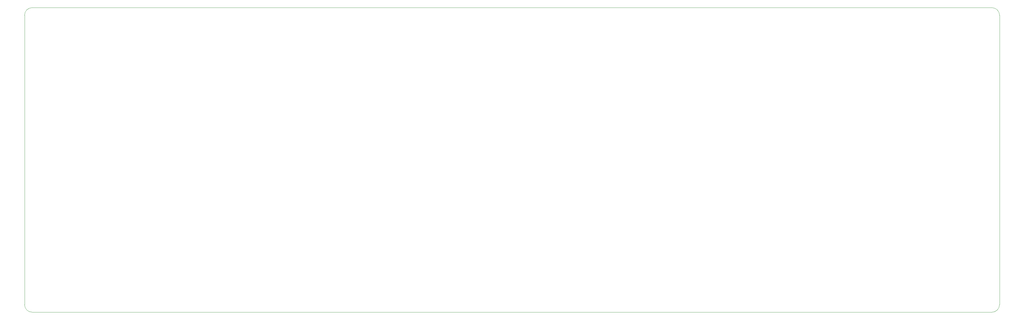
<source format=gbr>
%TF.GenerationSoftware,KiCad,Pcbnew,(6.0.8-1)-1*%
%TF.CreationDate,2022-12-25T10:37:34-08:00*%
%TF.ProjectId,bowiten65-rp2040,626f7769-7465-46e3-9635-2d7270323034,rev?*%
%TF.SameCoordinates,Original*%
%TF.FileFunction,Profile,NP*%
%FSLAX46Y46*%
G04 Gerber Fmt 4.6, Leading zero omitted, Abs format (unit mm)*
G04 Created by KiCad (PCBNEW (6.0.8-1)-1) date 2022-12-25 10:37:34*
%MOMM*%
%LPD*%
G01*
G04 APERTURE LIST*
%TA.AperFunction,Profile*%
%ADD10C,0.100000*%
%TD*%
G04 APERTURE END LIST*
D10*
X334199448Y-104043702D02*
G75*
G03*
X331818202Y-101662452I-2381248J2D01*
G01*
X331818202Y-196912452D02*
G75*
G03*
X334199452Y-194531202I-102J2381352D01*
G01*
X29399452Y-104043702D02*
X29399452Y-194531202D01*
X31780702Y-101662452D02*
G75*
G03*
X29399452Y-104043702I-2J-2381248D01*
G01*
X331818202Y-101662452D02*
X31780702Y-101662452D01*
X31780702Y-196912452D02*
X331818202Y-196912452D01*
X29399448Y-194531202D02*
G75*
G03*
X31780702Y-196912452I2381252J2D01*
G01*
X334199452Y-194531202D02*
X334199452Y-104043702D01*
M02*

</source>
